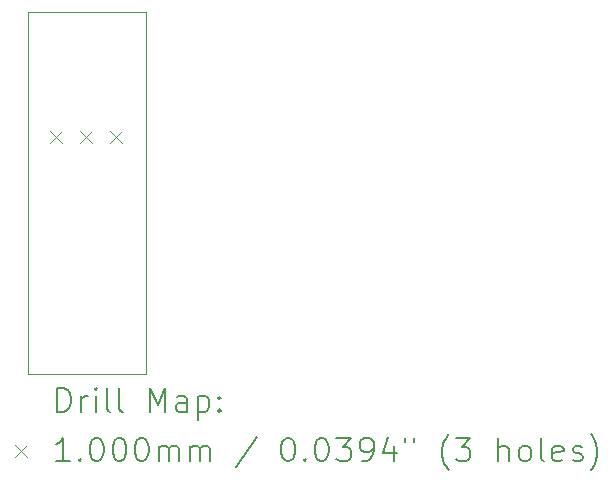
<source format=gbr>
%FSLAX45Y45*%
G04 Gerber Fmt 4.5, Leading zero omitted, Abs format (unit mm)*
G04 Created by KiCad (PCBNEW 6.0.4-6f826c9f35~116~ubuntu20.04.1) date 2022-04-29 20:49:02*
%MOMM*%
%LPD*%
G01*
G04 APERTURE LIST*
%TA.AperFunction,Profile*%
%ADD10C,0.100000*%
%TD*%
%ADD11C,0.200000*%
%ADD12C,0.100000*%
G04 APERTURE END LIST*
D10*
X3610000Y-6520000D02*
X3610000Y-3450000D01*
X4610000Y-3450000D02*
X4610000Y-6520000D01*
X3610000Y-6520000D02*
X4610000Y-6520000D01*
X3610000Y-3450000D02*
X4610000Y-3450000D01*
D11*
D12*
X3802000Y-4460000D02*
X3902000Y-4560000D01*
X3902000Y-4460000D02*
X3802000Y-4560000D01*
X4056000Y-4460000D02*
X4156000Y-4560000D01*
X4156000Y-4460000D02*
X4056000Y-4560000D01*
X4310000Y-4460000D02*
X4410000Y-4560000D01*
X4410000Y-4460000D02*
X4310000Y-4560000D01*
D11*
X3862619Y-6835476D02*
X3862619Y-6635476D01*
X3910238Y-6635476D01*
X3938809Y-6645000D01*
X3957857Y-6664048D01*
X3967381Y-6683095D01*
X3976905Y-6721190D01*
X3976905Y-6749762D01*
X3967381Y-6787857D01*
X3957857Y-6806905D01*
X3938809Y-6825952D01*
X3910238Y-6835476D01*
X3862619Y-6835476D01*
X4062619Y-6835476D02*
X4062619Y-6702143D01*
X4062619Y-6740238D02*
X4072143Y-6721190D01*
X4081667Y-6711667D01*
X4100714Y-6702143D01*
X4119762Y-6702143D01*
X4186428Y-6835476D02*
X4186428Y-6702143D01*
X4186428Y-6635476D02*
X4176905Y-6645000D01*
X4186428Y-6654524D01*
X4195952Y-6645000D01*
X4186428Y-6635476D01*
X4186428Y-6654524D01*
X4310238Y-6835476D02*
X4291190Y-6825952D01*
X4281667Y-6806905D01*
X4281667Y-6635476D01*
X4415000Y-6835476D02*
X4395952Y-6825952D01*
X4386429Y-6806905D01*
X4386429Y-6635476D01*
X4643571Y-6835476D02*
X4643571Y-6635476D01*
X4710238Y-6778333D01*
X4776905Y-6635476D01*
X4776905Y-6835476D01*
X4957857Y-6835476D02*
X4957857Y-6730714D01*
X4948333Y-6711667D01*
X4929286Y-6702143D01*
X4891190Y-6702143D01*
X4872143Y-6711667D01*
X4957857Y-6825952D02*
X4938810Y-6835476D01*
X4891190Y-6835476D01*
X4872143Y-6825952D01*
X4862619Y-6806905D01*
X4862619Y-6787857D01*
X4872143Y-6768809D01*
X4891190Y-6759286D01*
X4938810Y-6759286D01*
X4957857Y-6749762D01*
X5053095Y-6702143D02*
X5053095Y-6902143D01*
X5053095Y-6711667D02*
X5072143Y-6702143D01*
X5110238Y-6702143D01*
X5129286Y-6711667D01*
X5138810Y-6721190D01*
X5148333Y-6740238D01*
X5148333Y-6797381D01*
X5138810Y-6816428D01*
X5129286Y-6825952D01*
X5110238Y-6835476D01*
X5072143Y-6835476D01*
X5053095Y-6825952D01*
X5234048Y-6816428D02*
X5243571Y-6825952D01*
X5234048Y-6835476D01*
X5224524Y-6825952D01*
X5234048Y-6816428D01*
X5234048Y-6835476D01*
X5234048Y-6711667D02*
X5243571Y-6721190D01*
X5234048Y-6730714D01*
X5224524Y-6721190D01*
X5234048Y-6711667D01*
X5234048Y-6730714D01*
D12*
X3505000Y-7115000D02*
X3605000Y-7215000D01*
X3605000Y-7115000D02*
X3505000Y-7215000D01*
D11*
X3967381Y-7255476D02*
X3853095Y-7255476D01*
X3910238Y-7255476D02*
X3910238Y-7055476D01*
X3891190Y-7084048D01*
X3872143Y-7103095D01*
X3853095Y-7112619D01*
X4053095Y-7236428D02*
X4062619Y-7245952D01*
X4053095Y-7255476D01*
X4043571Y-7245952D01*
X4053095Y-7236428D01*
X4053095Y-7255476D01*
X4186428Y-7055476D02*
X4205476Y-7055476D01*
X4224524Y-7065000D01*
X4234048Y-7074524D01*
X4243571Y-7093571D01*
X4253095Y-7131667D01*
X4253095Y-7179286D01*
X4243571Y-7217381D01*
X4234048Y-7236428D01*
X4224524Y-7245952D01*
X4205476Y-7255476D01*
X4186428Y-7255476D01*
X4167381Y-7245952D01*
X4157857Y-7236428D01*
X4148333Y-7217381D01*
X4138809Y-7179286D01*
X4138809Y-7131667D01*
X4148333Y-7093571D01*
X4157857Y-7074524D01*
X4167381Y-7065000D01*
X4186428Y-7055476D01*
X4376905Y-7055476D02*
X4395952Y-7055476D01*
X4415000Y-7065000D01*
X4424524Y-7074524D01*
X4434048Y-7093571D01*
X4443571Y-7131667D01*
X4443571Y-7179286D01*
X4434048Y-7217381D01*
X4424524Y-7236428D01*
X4415000Y-7245952D01*
X4395952Y-7255476D01*
X4376905Y-7255476D01*
X4357857Y-7245952D01*
X4348333Y-7236428D01*
X4338810Y-7217381D01*
X4329286Y-7179286D01*
X4329286Y-7131667D01*
X4338810Y-7093571D01*
X4348333Y-7074524D01*
X4357857Y-7065000D01*
X4376905Y-7055476D01*
X4567381Y-7055476D02*
X4586429Y-7055476D01*
X4605476Y-7065000D01*
X4615000Y-7074524D01*
X4624524Y-7093571D01*
X4634048Y-7131667D01*
X4634048Y-7179286D01*
X4624524Y-7217381D01*
X4615000Y-7236428D01*
X4605476Y-7245952D01*
X4586429Y-7255476D01*
X4567381Y-7255476D01*
X4548333Y-7245952D01*
X4538810Y-7236428D01*
X4529286Y-7217381D01*
X4519762Y-7179286D01*
X4519762Y-7131667D01*
X4529286Y-7093571D01*
X4538810Y-7074524D01*
X4548333Y-7065000D01*
X4567381Y-7055476D01*
X4719762Y-7255476D02*
X4719762Y-7122143D01*
X4719762Y-7141190D02*
X4729286Y-7131667D01*
X4748333Y-7122143D01*
X4776905Y-7122143D01*
X4795952Y-7131667D01*
X4805476Y-7150714D01*
X4805476Y-7255476D01*
X4805476Y-7150714D02*
X4815000Y-7131667D01*
X4834048Y-7122143D01*
X4862619Y-7122143D01*
X4881667Y-7131667D01*
X4891190Y-7150714D01*
X4891190Y-7255476D01*
X4986429Y-7255476D02*
X4986429Y-7122143D01*
X4986429Y-7141190D02*
X4995952Y-7131667D01*
X5015000Y-7122143D01*
X5043571Y-7122143D01*
X5062619Y-7131667D01*
X5072143Y-7150714D01*
X5072143Y-7255476D01*
X5072143Y-7150714D02*
X5081667Y-7131667D01*
X5100714Y-7122143D01*
X5129286Y-7122143D01*
X5148333Y-7131667D01*
X5157857Y-7150714D01*
X5157857Y-7255476D01*
X5548333Y-7045952D02*
X5376905Y-7303095D01*
X5805476Y-7055476D02*
X5824524Y-7055476D01*
X5843571Y-7065000D01*
X5853095Y-7074524D01*
X5862619Y-7093571D01*
X5872143Y-7131667D01*
X5872143Y-7179286D01*
X5862619Y-7217381D01*
X5853095Y-7236428D01*
X5843571Y-7245952D01*
X5824524Y-7255476D01*
X5805476Y-7255476D01*
X5786428Y-7245952D01*
X5776905Y-7236428D01*
X5767381Y-7217381D01*
X5757857Y-7179286D01*
X5757857Y-7131667D01*
X5767381Y-7093571D01*
X5776905Y-7074524D01*
X5786428Y-7065000D01*
X5805476Y-7055476D01*
X5957857Y-7236428D02*
X5967381Y-7245952D01*
X5957857Y-7255476D01*
X5948333Y-7245952D01*
X5957857Y-7236428D01*
X5957857Y-7255476D01*
X6091190Y-7055476D02*
X6110238Y-7055476D01*
X6129286Y-7065000D01*
X6138809Y-7074524D01*
X6148333Y-7093571D01*
X6157857Y-7131667D01*
X6157857Y-7179286D01*
X6148333Y-7217381D01*
X6138809Y-7236428D01*
X6129286Y-7245952D01*
X6110238Y-7255476D01*
X6091190Y-7255476D01*
X6072143Y-7245952D01*
X6062619Y-7236428D01*
X6053095Y-7217381D01*
X6043571Y-7179286D01*
X6043571Y-7131667D01*
X6053095Y-7093571D01*
X6062619Y-7074524D01*
X6072143Y-7065000D01*
X6091190Y-7055476D01*
X6224524Y-7055476D02*
X6348333Y-7055476D01*
X6281667Y-7131667D01*
X6310238Y-7131667D01*
X6329286Y-7141190D01*
X6338809Y-7150714D01*
X6348333Y-7169762D01*
X6348333Y-7217381D01*
X6338809Y-7236428D01*
X6329286Y-7245952D01*
X6310238Y-7255476D01*
X6253095Y-7255476D01*
X6234048Y-7245952D01*
X6224524Y-7236428D01*
X6443571Y-7255476D02*
X6481667Y-7255476D01*
X6500714Y-7245952D01*
X6510238Y-7236428D01*
X6529286Y-7207857D01*
X6538809Y-7169762D01*
X6538809Y-7093571D01*
X6529286Y-7074524D01*
X6519762Y-7065000D01*
X6500714Y-7055476D01*
X6462619Y-7055476D01*
X6443571Y-7065000D01*
X6434048Y-7074524D01*
X6424524Y-7093571D01*
X6424524Y-7141190D01*
X6434048Y-7160238D01*
X6443571Y-7169762D01*
X6462619Y-7179286D01*
X6500714Y-7179286D01*
X6519762Y-7169762D01*
X6529286Y-7160238D01*
X6538809Y-7141190D01*
X6710238Y-7122143D02*
X6710238Y-7255476D01*
X6662619Y-7045952D02*
X6615000Y-7188809D01*
X6738809Y-7188809D01*
X6805476Y-7055476D02*
X6805476Y-7093571D01*
X6881667Y-7055476D02*
X6881667Y-7093571D01*
X7176905Y-7331667D02*
X7167381Y-7322143D01*
X7148333Y-7293571D01*
X7138809Y-7274524D01*
X7129286Y-7245952D01*
X7119762Y-7198333D01*
X7119762Y-7160238D01*
X7129286Y-7112619D01*
X7138809Y-7084048D01*
X7148333Y-7065000D01*
X7167381Y-7036428D01*
X7176905Y-7026905D01*
X7234048Y-7055476D02*
X7357857Y-7055476D01*
X7291190Y-7131667D01*
X7319762Y-7131667D01*
X7338809Y-7141190D01*
X7348333Y-7150714D01*
X7357857Y-7169762D01*
X7357857Y-7217381D01*
X7348333Y-7236428D01*
X7338809Y-7245952D01*
X7319762Y-7255476D01*
X7262619Y-7255476D01*
X7243571Y-7245952D01*
X7234048Y-7236428D01*
X7595952Y-7255476D02*
X7595952Y-7055476D01*
X7681667Y-7255476D02*
X7681667Y-7150714D01*
X7672143Y-7131667D01*
X7653095Y-7122143D01*
X7624524Y-7122143D01*
X7605476Y-7131667D01*
X7595952Y-7141190D01*
X7805476Y-7255476D02*
X7786428Y-7245952D01*
X7776905Y-7236428D01*
X7767381Y-7217381D01*
X7767381Y-7160238D01*
X7776905Y-7141190D01*
X7786428Y-7131667D01*
X7805476Y-7122143D01*
X7834048Y-7122143D01*
X7853095Y-7131667D01*
X7862619Y-7141190D01*
X7872143Y-7160238D01*
X7872143Y-7217381D01*
X7862619Y-7236428D01*
X7853095Y-7245952D01*
X7834048Y-7255476D01*
X7805476Y-7255476D01*
X7986428Y-7255476D02*
X7967381Y-7245952D01*
X7957857Y-7226905D01*
X7957857Y-7055476D01*
X8138809Y-7245952D02*
X8119762Y-7255476D01*
X8081667Y-7255476D01*
X8062619Y-7245952D01*
X8053095Y-7226905D01*
X8053095Y-7150714D01*
X8062619Y-7131667D01*
X8081667Y-7122143D01*
X8119762Y-7122143D01*
X8138809Y-7131667D01*
X8148333Y-7150714D01*
X8148333Y-7169762D01*
X8053095Y-7188809D01*
X8224524Y-7245952D02*
X8243571Y-7255476D01*
X8281667Y-7255476D01*
X8300714Y-7245952D01*
X8310238Y-7226905D01*
X8310238Y-7217381D01*
X8300714Y-7198333D01*
X8281667Y-7188809D01*
X8253095Y-7188809D01*
X8234048Y-7179286D01*
X8224524Y-7160238D01*
X8224524Y-7150714D01*
X8234048Y-7131667D01*
X8253095Y-7122143D01*
X8281667Y-7122143D01*
X8300714Y-7131667D01*
X8376905Y-7331667D02*
X8386428Y-7322143D01*
X8405476Y-7293571D01*
X8415000Y-7274524D01*
X8424524Y-7245952D01*
X8434048Y-7198333D01*
X8434048Y-7160238D01*
X8424524Y-7112619D01*
X8415000Y-7084048D01*
X8405476Y-7065000D01*
X8386428Y-7036428D01*
X8376905Y-7026905D01*
M02*

</source>
